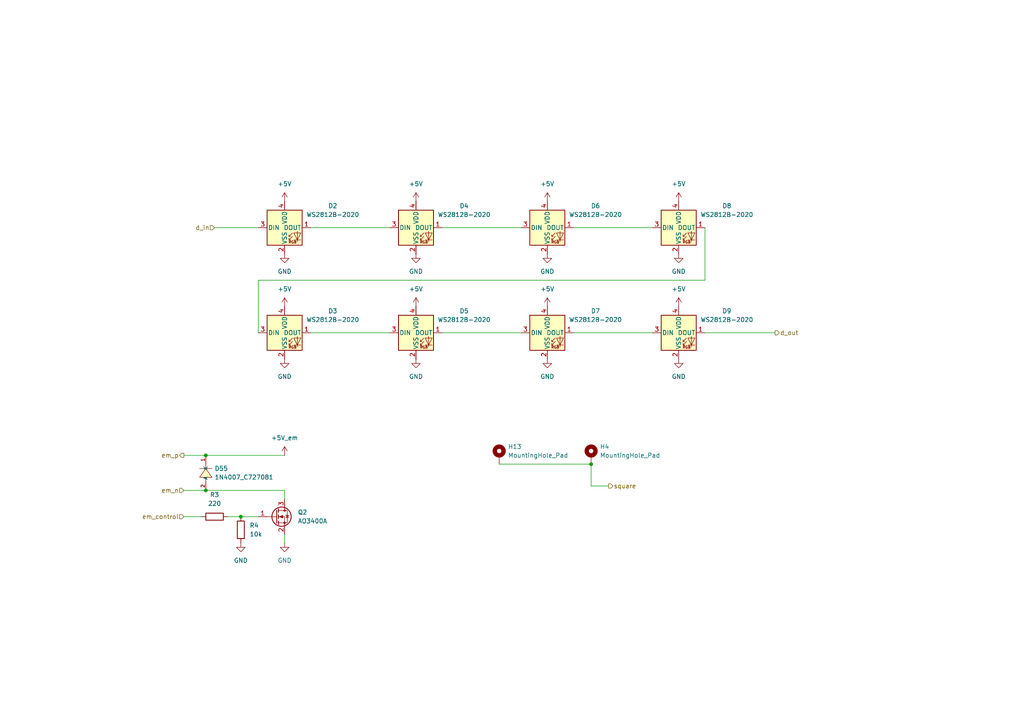
<source format=kicad_sch>
(kicad_sch (version 20231120) (generator "eeschema") (generator_version "8.0")
  (paper "A4")
  (lib_symbols
    (symbol "1N4007_C727081:1N4007_C727081"
      (property "Reference" "D" (at 0 1.27 0))
      (property "Value" "1N4007_C727081" (at 0 -2.54 0))
      (symbol "1N4007_C727081_0_1"
        (polyline (pts (xy -1.27 0) (xy -2.54 0)))
        (polyline (pts (xy -1.27 1.778) (xy -1.27 -1.778)))
        (polyline (pts (xy 2.54 0) (xy 1.27 0)))
        (polyline (pts (xy 1.27 1.778) (xy -1.27 0) (xy 1.27 -1.778) (xy 1.27 1.778)) (fill (type background)))
        (pin unspecified line (at -5.08 0 0) (length 2.54) (name "K") (number "1"))
        (pin unspecified line (at 5.08 0 180) (length 2.54) (name "A") (number "2"))
      )
    )
    (symbol "Device:R" (pin_numbers hide) (pin_names (offset 0))
      (property "Reference" "R" (at 2.032 0 90))
      (property "Value" "R" (at 0 0 90))
      (symbol "R_0_1"
        (rectangle (start -1.016 -2.54) (end 1.016 2.54) (stroke (width 0.254)))
      )
      (symbol "R_1_1"
        (pin passive line (at 0 3.81 270) (length 1.27) (name "~") (number "1"))
        (pin passive line (at 0 -3.81 90) (length 1.27) (name "~") (number "2"))
      )
    )
    (symbol "LED:WS2812B-2020" (pin_names (offset 0.254))
      (property "Reference" "D" (at 5.08 5.715 0))
      (property "Value" "WS2812B-2020" (at 1.27 -5.715 0))
      (symbol "WS2812B-2020_0_0"
        (text "RGB" (at 2.286 -4.191 0) (effects (font (size 0.762 0.762))))
      )
      (symbol "WS2812B-2020_0_1"
        (polyline (pts (xy 1.27 -3.556) (xy 1.778 -3.556)))
        (polyline (pts (xy 1.27 -2.54) (xy 1.778 -2.54)))
        (polyline (pts (xy 4.699 -3.556) (xy 2.667 -3.556)))
        (polyline (pts (xy 2.286 -2.54) (xy 1.27 -3.556) (xy 1.27 -3.048)))
        (polyline (pts (xy 2.286 -1.524) (xy 1.27 -2.54) (xy 1.27 -2.032)))
        (polyline (pts (xy 3.683 -1.016) (xy 3.683 -3.556) (xy 3.683 -4.064)))
        (polyline (pts (xy 4.699 -1.524) (xy 2.667 -1.524) (xy 3.683 -3.556) (xy 4.699 -1.524)))
        (rectangle (start 5.08 5.08) (end -5.08 -5.08) (stroke (width 0.254)) (fill (type background)))
      )
      (symbol "WS2812B-2020_1_1"
        (pin output line (at 7.62 0 180) (length 2.54) (name "DOUT") (number "1"))
        (pin power_in line (at 0 -7.62 90) (length 2.54) (name "VSS") (number "2"))
        (pin input line (at -7.62 0 0) (length 2.54) (name "DIN") (number "3"))
        (pin power_in line (at 0 7.62 270) (length 2.54) (name "VDD") (number "4"))
      )
    )
    (symbol "Mechanical:MountingHole_Pad" (pin_numbers hide) (pin_names (offset 1.016) hide) (exclude_from_sim yes) (in_bom no)
      (property "Reference" "H" (at 0 6.35 0))
      (property "Value" "MountingHole_Pad" (at 0 4.445 0))
      (symbol "MountingHole_Pad_0_1"
        (circle (center 0 1.27) (radius 1.27) (stroke (width 1.27)))
      )
      (symbol "MountingHole_Pad_1_1"
        (pin input line (at 0 -2.54 90) (length 2.54) (name "1") (number "1"))
      )
    )
    (symbol "Transistor_FET:AO3400A" (pin_names hide)
      (property "Reference" "Q" (at 5.08 1.905 0))
      (property "Value" "AO3400A" (at 5.08 0 0))
      (symbol "AO3400A_0_1"
        (polyline (pts (xy 0.254 0) (xy -2.54 0)))
        (polyline (pts (xy 0.254 1.905) (xy 0.254 -1.905)) (stroke (width 0.254)))
        (polyline (pts (xy 0.762 -1.27) (xy 0.762 -2.286)) (stroke (width 0.254)))
        (polyline (pts (xy 0.762 0.508) (xy 0.762 -0.508)) (stroke (width 0.254)))
        (polyline (pts (xy 0.762 2.286) (xy 0.762 1.27)) (stroke (width 0.254)))
        (polyline (pts (xy 2.54 2.54) (xy 2.54 1.778)))
        (polyline (pts (xy 2.54 -2.54) (xy 2.54 0) (xy 0.762 0)))
        (polyline (pts (xy 0.762 -1.778) (xy 3.302 -1.778) (xy 3.302 1.778) (xy 0.762 1.778)))
        (polyline (pts (xy 1.016 0) (xy 2.032 0.381) (xy 2.032 -0.381) (xy 1.016 0)) (fill (type outline)))
        (polyline (pts (xy 2.794 0.508) (xy 2.921 0.381) (xy 3.683 0.381) (xy 3.81 0.254)))
        (polyline (pts (xy 3.302 0.381) (xy 2.921 -0.254) (xy 3.683 -0.254) (xy 3.302 0.381)))
        (circle (center 1.651 0) (radius 2.794) (stroke (width 0.254)))
        (circle (center 2.54 -1.778) (radius 0.254) (fill (type outline)))
        (circle (center 2.54 1.778) (radius 0.254) (fill (type outline)))
      )
      (symbol "AO3400A_1_1"
        (pin input line (at -5.08 0 0) (length 2.54) (name "G") (number "1"))
        (pin passive line (at 2.54 -5.08 90) (length 2.54) (name "S") (number "2"))
        (pin passive line (at 2.54 5.08 270) (length 2.54) (name "D") (number "3"))
      )
    )
    (symbol "power:+5V" (power) (pin_numbers hide) (pin_names (offset 0) hide)
      (property "Value" "+5V" (at 0 3.556 0))
      (symbol "+5V_0_1"
        (polyline (pts (xy -0.762 1.27) (xy 0 2.54)))
        (polyline (pts (xy 0 0) (xy 0 2.54)))
        (polyline (pts (xy 0 2.54) (xy 0.762 1.27)))
      )
      (symbol "+5V_1_1"
        (pin power_in line (at 0 0 90) (length 0) (name "~") (number "1"))
      )
    )
    (symbol "power:GND" (power) (pin_numbers hide) (pin_names (offset 0) hide)
      (property "Value" "GND" (at 0 -3.81 0))
      (symbol "GND_0_1"
        (polyline (pts (xy 0 0) (xy 0 -1.27) (xy 1.27 -1.27) (xy 0 -2.54) (xy -1.27 -1.27) (xy 0 -1.27)))
      )
      (symbol "GND_1_1"
        (pin power_in line (at 0 0 270) (length 0) (name "~") (number "1"))
      )
    )
  )
  (junction (at 59.69 132.08))
  (junction (at 171.45 134.62))
  (junction (at 59.69 142.24))
  (junction (at 69.85 149.86))
  (wire (pts (xy 66.04 149.86) (xy 69.85 149.86)))
  (wire (pts (xy 69.85 149.86) (xy 74.93 149.86)))
  (wire (pts (xy 82.55 142.24) (xy 82.55 144.78)))
  (wire (pts (xy 204.47 96.52) (xy 224.79 96.52)))
  (wire (pts (xy 128.27 96.52) (xy 151.13 96.52)))
  (wire (pts (xy 53.34 132.08) (xy 59.69 132.08)))
  (wire (pts (xy 90.17 66.04) (xy 113.03 66.04)))
  (wire (pts (xy 144.78 134.62) (xy 171.45 134.62)))
  (wire (pts (xy 204.47 66.04) (xy 204.47 81.28)))
  (wire (pts (xy 62.23 66.04) (xy 74.93 66.04)))
  (wire (pts (xy 128.27 66.04) (xy 151.13 66.04)))
  (wire (pts (xy 90.17 96.52) (xy 113.03 96.52)))
  (wire (pts (xy 82.55 157.48) (xy 82.55 154.94)))
  (wire (pts (xy 53.34 149.86) (xy 58.42 149.86)))
  (wire (pts (xy 59.69 132.08) (xy 82.55 132.08)))
  (wire (pts (xy 53.34 142.24) (xy 59.69 142.24)))
  (wire (pts (xy 74.93 81.28) (xy 74.93 96.52)))
  (wire (pts (xy 204.47 81.28) (xy 74.93 81.28)))
  (wire (pts (xy 59.69 142.24) (xy 82.55 142.24)))
  (wire (pts (xy 166.37 96.52) (xy 189.23 96.52)))
  (wire (pts (xy 171.45 134.62) (xy 171.45 140.97)))
  (wire (pts (xy 166.37 66.04) (xy 189.23 66.04)))
  (wire (pts (xy 176.53 140.97) (xy 171.45 140.97)))
  (hierarchical_label "d_in" (shape input) (at 62.23 66.04 180))
  (hierarchical_label "em_p" (shape output) (at 53.34 132.08 180))
  (hierarchical_label "em_control" (shape input) (at 53.34 149.86 180))
  (hierarchical_label "em_n" (shape input) (at 53.34 142.24 180))
  (hierarchical_label "square" (shape output) (at 176.53 140.97 0))
  (hierarchical_label "d_out" (shape output) (at 224.79 96.52 0))
  (symbol (lib_id "1N4007_C727081:1N4007_C727081") (at 59.69 137.16 270) (unit 1)
    (property "Reference" "D55" (at 62.23 135.8899 90) (effects (justify left)))
    (property "Value" "1N4007_C727081" (at 62.23 138.4299 90) (effects (justify left)))
    (property "Footprint" "footprint:SMA_L4.3-W2.5-LS5.0-RD" (effects (hide yes)))
    (property "Datasheet" "https://atta.szlcsc.com/upload/public/pdf/source/20191021/C437786_3D65CEC0912CC3CA85CA024EBEBBFCE4.pdf" (effects (hide yes)))
    (property "LCSC" "C727081" (effects (hide yes)))
    (instances (project "kfchess" (path "" (reference "D55") (unit 1)) (path "" (reference "D64") (unit 1)) (path "" (reference "D37") (unit 1)) (path "" (reference "D46") (unit 1)) (path "" (reference "D91") (unit 1)) (path "" (reference "D100") (unit 1)) (path "" (reference "D73") (unit 1)) (path "" (reference "D82") (unit 1)) (path "" (reference "D127") (unit 1)) (path "" (reference "D136") (unit 1)) (path "" (reference "D109") (unit 1)) (path "" (reference "D118") (unit 1)) (path "" (reference "D10") (unit 1)) (path "" (reference "D19") (unit 1)) (path "" (reference "D1") (unit 1)) (path "" (reference "D28") (unit 1))))
  )
  (symbol (lib_id "Device:R") (at 62.23 149.86 270) (unit 1)
    (property "Reference" "R3" (at 62.23 143.51 90))
    (property "Value" "220" (at 62.23 146.05 90))
    (property "Footprint" "Resistor_SMD:R_0603_1608Metric" (effects (hide yes)))
    (property "Description" "Resistor" (effects (hide yes)))
    (instances (project "kfchess" (path "" (reference "R3") (unit 1)) (path "" (reference "R5") (unit 1)) (path "" (reference "R7") (unit 1)) (path "" (reference "R13") (unit 1)) (path "" (reference "R15") (unit 1)) (path "" (reference "R9") (unit 1)) (path "" (reference "R11") (unit 1)) (path "" (reference "R21") (unit 1)) (path "" (reference "R23") (unit 1)) (path "" (reference "R17") (unit 1)) (path "" (reference "R19") (unit 1)) (path "" (reference "R29") (unit 1)) (path "" (reference "R31") (unit 1)) (path "" (reference "R25") (unit 1)) (path "" (reference "R27") (unit 1)) (path "" (reference "R1") (unit 1))))
  )
  (symbol (lib_id "LED:WS2812B-2020") (at 196.85 66.04 0) (unit 1)
    (property "Reference" "D8" (at 210.82 59.7214 0))
    (property "Value" "WS2812B-2020" (at 210.82 62.2614 0))
    (property "Footprint" "LED_SMD:LED_WS2812B-2020_PLCC4_2.0x2.0mm" (effects (hide yes)))
    (property "Datasheet" "https://cdn-shop.adafruit.com/product-files/4684/4684_WS2812B-2020_V1.3_EN.pdf" (effects (hide yes)))
    (property "Description" "RGB LED with integrated controller, 2.0 x 2.0 mm, 12 mA" (effects (hide yes)))
    (instances (project "kfchess" (path "" (reference "D8") (unit 1)) (path "" (reference "D17") (unit 1)) (path "" (reference "D26") (unit 1)) (path "" (reference "D35") (unit 1)) (path "" (reference "D62") (unit 1)) (path "" (reference "D71") (unit 1)) (path "" (reference "D44") (unit 1)) (path "" (reference "D53") (unit 1)) (path "" (reference "D98") (unit 1)) (path "" (reference "D107") (unit 1)) (path "" (reference "D80") (unit 1)) (path "" (reference "D89") (unit 1)) (path "" (reference "D134") (unit 1)) (path "" (reference "D143") (unit 1)) (path "" (reference "D116") (unit 1)) (path "" (reference "D125") (unit 1))))
  )
  (symbol (lib_id "LED:WS2812B-2020") (at 82.55 66.04 0) (unit 1)
    (property "Reference" "D2" (at 96.52 59.7214 0))
    (property "Value" "WS2812B-2020" (at 96.52 62.2614 0))
    (property "Footprint" "LED_SMD:LED_WS2812B-2020_PLCC4_2.0x2.0mm" (effects (hide yes)))
    (property "Datasheet" "https://cdn-shop.adafruit.com/product-files/4684/4684_WS2812B-2020_V1.3_EN.pdf" (effects (hide yes)))
    (property "Description" "RGB LED with integrated controller, 2.0 x 2.0 mm, 12 mA" (effects (hide yes)))
    (instances (project "kfchess" (path "" (reference "D2") (unit 1)) (path "" (reference "D11") (unit 1)) (path "" (reference "D20") (unit 1)) (path "" (reference "D29") (unit 1)) (path "" (reference "D56") (unit 1)) (path "" (reference "D65") (unit 1)) (path "" (reference "D38") (unit 1)) (path "" (reference "D47") (unit 1)) (path "" (reference "D92") (unit 1)) (path "" (reference "D101") (unit 1)) (path "" (reference "D74") (unit 1)) (path "" (reference "D83") (unit 1)) (path "" (reference "D128") (unit 1)) (path "" (reference "D137") (unit 1)) (path "" (reference "D110") (unit 1)) (path "" (reference "D119") (unit 1))))
  )
  (symbol (lib_id "power:+5V") (at 120.65 58.42 0) (unit 1)
    (property "Reference" "#PWR016" (effects (hide yes)))
    (property "Value" "+5V" (at 120.65 53.34 0))
    (property "Description" "Power symbol creates a global label with name \"+5V\"" (effects (hide yes)))
    (instances (project "kfchess" (path "" (reference "#PWR016") (unit 1)) (path "" (reference "#PWR035") (unit 1)) (path "" (reference "#PWR054") (unit 1)) (path "" (reference "#PWR073") (unit 1)) (path "" (reference "#PWR0130") (unit 1)) (path "" (reference "#PWR0149") (unit 1)) (path "" (reference "#PWR092") (unit 1)) (path "" (reference "#PWR0111") (unit 1)) (path "" (reference "#PWR0206") (unit 1)) (path "" (reference "#PWR0225") (unit 1)) (path "" (reference "#PWR0168") (unit 1)) (path "" (reference "#PWR0187") (unit 1)) (path "" (reference "#PWR0282") (unit 1)) (path "" (reference "#PWR0301") (unit 1)) (path "" (reference "#PWR0244") (unit 1)) (path "" (reference "#PWR0263") (unit 1))))
  )
  (symbol (lib_id "power:GND") (at 82.55 73.66 0) (unit 1)
    (property "Reference" "#PWR011" (effects (hide yes)))
    (property "Value" "GND" (at 82.55 78.74 0))
    (property "Description" "Power symbol creates a global label with name \"GND\" , ground" (effects (hide yes)))
    (instances (project "kfchess" (path "" (reference "#PWR011") (unit 1)) (path "" (reference "#PWR030") (unit 1)) (path "" (reference "#PWR049") (unit 1)) (path "" (reference "#PWR068") (unit 1)) (path "" (reference "#PWR0125") (unit 1)) (path "" (reference "#PWR0144") (unit 1)) (path "" (reference "#PWR087") (unit 1)) (path "" (reference "#PWR0106") (unit 1)) (path "" (reference "#PWR0201") (unit 1)) (path "" (reference "#PWR0220") (unit 1)) (path "" (reference "#PWR0163") (unit 1)) (path "" (reference "#PWR0182") (unit 1)) (path "" (reference "#PWR0277") (unit 1)) (path "" (reference "#PWR0296") (unit 1)) (path "" (reference "#PWR0239") (unit 1)) (path "" (reference "#PWR0258") (unit 1))))
  )
  (symbol (lib_id "power:+5V") (at 120.65 88.9 0) (unit 1)
    (property "Reference" "#PWR018" (effects (hide yes)))
    (property "Value" "+5V" (at 120.65 83.82 0))
    (property "Description" "Power symbol creates a global label with name \"+5V\"" (effects (hide yes)))
    (instances (project "kfchess" (path "" (reference "#PWR018") (unit 1)) (path "" (reference "#PWR037") (unit 1)) (path "" (reference "#PWR056") (unit 1)) (path "" (reference "#PWR075") (unit 1)) (path "" (reference "#PWR0132") (unit 1)) (path "" (reference "#PWR0151") (unit 1)) (path "" (reference "#PWR094") (unit 1)) (path "" (reference "#PWR0113") (unit 1)) (path "" (reference "#PWR0208") (unit 1)) (path "" (reference "#PWR0227") (unit 1)) (path "" (reference "#PWR0170") (unit 1)) (path "" (reference "#PWR0189") (unit 1)) (path "" (reference "#PWR0284") (unit 1)) (path "" (reference "#PWR0303") (unit 1)) (path "" (reference "#PWR0246") (unit 1)) (path "" (reference "#PWR0265") (unit 1))))
  )
  (symbol (lib_id "power:+5V") (at 158.75 88.9 0) (unit 1)
    (property "Reference" "#PWR022" (effects (hide yes)))
    (property "Value" "+5V" (at 158.75 83.82 0))
    (property "Description" "Power symbol creates a global label with name \"+5V\"" (effects (hide yes)))
    (instances (project "kfchess" (path "" (reference "#PWR022") (unit 1)) (path "" (reference "#PWR041") (unit 1)) (path "" (reference "#PWR060") (unit 1)) (path "" (reference "#PWR079") (unit 1)) (path "" (reference "#PWR0136") (unit 1)) (path "" (reference "#PWR0155") (unit 1)) (path "" (reference "#PWR098") (unit 1)) (path "" (reference "#PWR0117") (unit 1)) (path "" (reference "#PWR0212") (unit 1)) (path "" (reference "#PWR0231") (unit 1)) (path "" (reference "#PWR0174") (unit 1)) (path "" (reference "#PWR0193") (unit 1)) (path "" (reference "#PWR0288") (unit 1)) (path "" (reference "#PWR0307") (unit 1)) (path "" (reference "#PWR0250") (unit 1)) (path "" (reference "#PWR0269") (unit 1))))
  )
  (symbol (lib_id "LED:WS2812B-2020") (at 196.85 96.52 0) (unit 1)
    (property "Reference" "D9" (at 210.82 90.2014 0))
    (property "Value" "WS2812B-2020" (at 210.82 92.7414 0))
    (property "Footprint" "LED_SMD:LED_WS2812B-2020_PLCC4_2.0x2.0mm" (effects (hide yes)))
    (property "Datasheet" "https://cdn-shop.adafruit.com/product-files/4684/4684_WS2812B-2020_V1.3_EN.pdf" (effects (hide yes)))
    (property "Description" "RGB LED with integrated controller, 2.0 x 2.0 mm, 12 mA" (effects (hide yes)))
    (instances (project "kfchess" (path "" (reference "D9") (unit 1)) (path "" (reference "D18") (unit 1)) (path "" (reference "D27") (unit 1)) (path "" (reference "D36") (unit 1)) (path "" (reference "D63") (unit 1)) (path "" (reference "D72") (unit 1)) (path "" (reference "D45") (unit 1)) (path "" (reference "D54") (unit 1)) (path "" (reference "D99") (unit 1)) (path "" (reference "D108") (unit 1)) (path "" (reference "D81") (unit 1)) (path "" (reference "D90") (unit 1)) (path "" (reference "D135") (unit 1)) (path "" (reference "D144") (unit 1)) (path "" (reference "D117") (unit 1)) (path "" (reference "D126") (unit 1))))
  )
  (symbol (lib_id "power:GND") (at 120.65 73.66 0) (unit 1)
    (property "Reference" "#PWR017" (effects (hide yes)))
    (property "Value" "GND" (at 120.65 78.74 0))
    (property "Description" "Power symbol creates a global label with name \"GND\" , ground" (effects (hide yes)))
    (instances (project "kfchess" (path "" (reference "#PWR017") (unit 1)) (path "" (reference "#PWR036") (unit 1)) (path "" (reference "#PWR055") (unit 1)) (path "" (reference "#PWR074") (unit 1)) (path "" (reference "#PWR0131") (unit 1)) (path "" (reference "#PWR0150") (unit 1)) (path "" (reference "#PWR093") (unit 1)) (path "" (reference "#PWR0112") (unit 1)) (path "" (reference "#PWR0207") (unit 1)) (path "" (reference "#PWR0226") (unit 1)) (path "" (reference "#PWR0169") (unit 1)) (path "" (reference "#PWR0188") (unit 1)) (path "" (reference "#PWR0283") (unit 1)) (path "" (reference "#PWR0302") (unit 1)) (path "" (reference "#PWR0245") (unit 1)) (path "" (reference "#PWR0264") (unit 1))))
  )
  (symbol (lib_id "Device:R") (at 69.85 153.67 0) (unit 1)
    (property "Reference" "R4" (at 72.39 152.3999 0) (effects (justify left)))
    (property "Value" "10k" (at 72.39 154.9399 0) (effects (justify left)))
    (property "Footprint" "Resistor_SMD:R_0603_1608Metric" (effects (hide yes)))
    (property "Description" "Resistor" (effects (hide yes)))
    (instances (project "kfchess" (path "" (reference "R4") (unit 1)) (path "" (reference "R6") (unit 1)) (path "" (reference "R8") (unit 1)) (path "" (reference "R14") (unit 1)) (path "" (reference "R16") (unit 1)) (path "" (reference "R10") (unit 1)) (path "" (reference "R12") (unit 1)) (path "" (reference "R22") (unit 1)) (path "" (reference "R24") (unit 1)) (path "" (reference "R18") (unit 1)) (path "" (reference "R20") (unit 1)) (path "" (reference "R30") (unit 1)) (path "" (reference "R32") (unit 1)) (path "" (reference "R26") (unit 1)) (path "" (reference "R28") (unit 1)) (path "" (reference "R2") (unit 1))))
  )
  (symbol (lib_id "power:+5V") (at 158.75 58.42 0) (unit 1)
    (property "Reference" "#PWR020" (effects (hide yes)))
    (property "Value" "+5V" (at 158.75 53.34 0))
    (property "Description" "Power symbol creates a global label with name \"+5V\"" (effects (hide yes)))
    (instances (project "kfchess" (path "" (reference "#PWR020") (unit 1)) (path "" (reference "#PWR039") (unit 1)) (path "" (reference "#PWR058") (unit 1)) (path "" (reference "#PWR077") (unit 1)) (path "" (reference "#PWR0134") (unit 1)) (path "" (reference "#PWR0153") (unit 1)) (path "" (reference "#PWR096") (unit 1)) (path "" (reference "#PWR0115") (unit 1)) (path "" (reference "#PWR0210") (unit 1)) (path "" (reference "#PWR0229") (unit 1)) (path "" (reference "#PWR0172") (unit 1)) (path "" (reference "#PWR0191") (unit 1)) (path "" (reference "#PWR0286") (unit 1)) (path "" (reference "#PWR0305") (unit 1)) (path "" (reference "#PWR0248") (unit 1)) (path "" (reference "#PWR0267") (unit 1))))
  )
  (symbol (lib_id "power:GND") (at 69.85 157.48 0) (unit 1)
    (property "Reference" "#PWR028" (effects (hide yes)))
    (property "Value" "GND" (at 69.85 162.56 0))
    (property "Description" "Power symbol creates a global label with name \"GND\" , ground" (effects (hide yes)))
    (instances (project "kfchess" (path "" (reference "#PWR028") (unit 1)) (path "" (reference "#PWR047") (unit 1)) (path "" (reference "#PWR066") (unit 1)) (path "" (reference "#PWR0123") (unit 1)) (path "" (reference "#PWR0142") (unit 1)) (path "" (reference "#PWR085") (unit 1)) (path "" (reference "#PWR0104") (unit 1)) (path "" (reference "#PWR0199") (unit 1)) (path "" (reference "#PWR0218") (unit 1)) (path "" (reference "#PWR0161") (unit 1)) (path "" (reference "#PWR0180") (unit 1)) (path "" (reference "#PWR0275") (unit 1)) (path "" (reference "#PWR0294") (unit 1)) (path "" (reference "#PWR0237") (unit 1)) (path "" (reference "#PWR0256") (unit 1)) (path "" (reference "#PWR09") (unit 1))))
  )
  (symbol (lib_id "Mechanical:MountingHole_Pad") (at 171.45 132.08 0) (unit 1) (exclude_from_sim yes) (in_bom no)
    (property "Reference" "H4" (at 173.99 129.5399 0) (effects (justify left)))
    (property "Value" "MountingHole_Pad" (at 173.99 132.0799 0) (effects (justify left)))
    (property "Footprint" "MountingHole:MountingHole_3.2mm_M3_Pad" (effects (hide yes)))
    (property "Description" "Mounting Hole with connection" (effects (hide yes)))
    (instances (project "kfchess" (path "" (reference "H4") (unit 1)) (path "" (reference "H6") (unit 1)) (path "" (reference "H2") (unit 1)) (path "" (reference "H8") (unit 1)) (path "" (reference "H14") (unit 1)) (path "" (reference "H16") (unit 1)) (path "" (reference "H10") (unit 1)) (path "" (reference "H12") (unit 1)) (path "" (reference "H22") (unit 1)) (path "" (reference "H24") (unit 1)) (path "" (reference "H18") (unit 1)) (path "" (reference "H20") (unit 1)) (path "" (reference "H30") (unit 1)) (path "" (reference "H32") (unit 1)) (path "" (reference "H26") (unit 1)) (path "" (reference "H28") (unit 1))))
  )
  (symbol (lib_id "Mechanical:MountingHole_Pad") (at 144.78 132.08 0) (unit 1) (exclude_from_sim yes) (in_bom no)
    (property "Reference" "H13" (at 147.32 129.5399 0) (effects (justify left)))
    (property "Value" "MountingHole_Pad" (at 147.32 132.0799 0) (effects (justify left)))
    (property "Footprint" "MountingHole:MountingHole_3.2mm_M3_Pad" (effects (hide yes)))
    (property "Description" "Mounting Hole with connection" (effects (hide yes)))
    (instances (project "kfchess" (path "" (reference "H13") (unit 1)) (path "" (reference "H15") (unit 1)) (path "" (reference "H9") (unit 1)) (path "" (reference "H11") (unit 1)) (path "" (reference "H21") (unit 1)) (path "" (reference "H23") (unit 1)) (path "" (reference "H17") (unit 1)) (path "" (reference "H19") (unit 1)) (path "" (reference "H29") (unit 1)) (path "" (reference "H31") (unit 1)) (path "" (reference "H25") (unit 1)) (path "" (reference "H27") (unit 1)) (path "" (reference "H3") (unit 1)) (path "" (reference "H5") (unit 1)) (path "" (reference "H1") (unit 1)) (path "" (reference "H7") (unit 1))))
  )
  (symbol (lib_id "power:+5V") (at 196.85 58.42 0) (unit 1)
    (property "Reference" "#PWR024" (effects (hide yes)))
    (property "Value" "+5V" (at 196.85 53.34 0))
    (property "Description" "Power symbol creates a global label with name \"+5V\"" (effects (hide yes)))
    (instances (project "kfchess" (path "" (reference "#PWR024") (unit 1)) (path "" (reference "#PWR043") (unit 1)) (path "" (reference "#PWR062") (unit 1)) (path "" (reference "#PWR081") (unit 1)) (path "" (reference "#PWR0138") (unit 1)) (path "" (reference "#PWR0157") (unit 1)) (path "" (reference "#PWR0100") (unit 1)) (path "" (reference "#PWR0119") (unit 1)) (path "" (reference "#PWR0214") (unit 1)) (path "" (reference "#PWR0233") (unit 1)) (path "" (reference "#PWR0176") (unit 1)) (path "" (reference "#PWR0195") (unit 1)) (path "" (reference "#PWR0290") (unit 1)) (path "" (reference "#PWR0309") (unit 1)) (path "" (reference "#PWR0252") (unit 1)) (path "" (reference "#PWR0271") (unit 1))))
  )
  (symbol (lib_id "LED:WS2812B-2020") (at 158.75 96.52 0) (unit 1)
    (property "Reference" "D7" (at 172.72 90.2014 0))
    (property "Value" "WS2812B-2020" (at 172.72 92.7414 0))
    (property "Footprint" "LED_SMD:LED_WS2812B-2020_PLCC4_2.0x2.0mm" (effects (hide yes)))
    (property "Datasheet" "https://cdn-shop.adafruit.com/product-files/4684/4684_WS2812B-2020_V1.3_EN.pdf" (effects (hide yes)))
    (property "Description" "RGB LED with integrated controller, 2.0 x 2.0 mm, 12 mA" (effects (hide yes)))
    (instances (project "kfchess" (path "" (reference "D7") (unit 1)) (path "" (reference "D16") (unit 1)) (path "" (reference "D25") (unit 1)) (path "" (reference "D34") (unit 1)) (path "" (reference "D61") (unit 1)) (path "" (reference "D70") (unit 1)) (path "" (reference "D43") (unit 1)) (path "" (reference "D52") (unit 1)) (path "" (reference "D97") (unit 1)) (path "" (reference "D106") (unit 1)) (path "" (reference "D79") (unit 1)) (path "" (reference "D88") (unit 1)) (path "" (reference "D133") (unit 1)) (path "" (reference "D142") (unit 1)) (path "" (reference "D115") (unit 1)) (path "" (reference "D124") (unit 1))))
  )
  (symbol (lib_id "power:GND") (at 158.75 73.66 0) (unit 1)
    (property "Reference" "#PWR021" (effects (hide yes)))
    (property "Value" "GND" (at 158.75 78.74 0))
    (property "Description" "Power symbol creates a global label with name \"GND\" , ground" (effects (hide yes)))
    (instances (project "kfchess" (path "" (reference "#PWR021") (unit 1)) (path "" (reference "#PWR040") (unit 1)) (path "" (reference "#PWR059") (unit 1)) (path "" (reference "#PWR078") (unit 1)) (path "" (reference "#PWR0135") (unit 1)) (path "" (reference "#PWR0154") (unit 1)) (path "" (reference "#PWR097") (unit 1)) (path "" (reference "#PWR0116") (unit 1)) (path "" (reference "#PWR0211") (unit 1)) (path "" (reference "#PWR0230") (unit 1)) (path "" (reference "#PWR0173") (unit 1)) (path "" (reference "#PWR0192") (unit 1)) (path "" (reference "#PWR0287") (unit 1)) (path "" (reference "#PWR0306") (unit 1)) (path "" (reference "#PWR0249") (unit 1)) (path "" (reference "#PWR0268") (unit 1))))
  )
  (symbol (lib_id "power:GND") (at 82.55 157.48 0) (unit 1)
    (property "Reference" "#PWR034" (effects (hide yes)))
    (property "Value" "GND" (at 82.55 162.56 0))
    (property "Description" "Power symbol creates a global label with name \"GND\" , ground" (effects (hide yes)))
    (instances (project "kfchess" (path "" (reference "#PWR034") (unit 1)) (path "" (reference "#PWR053") (unit 1)) (path "" (reference "#PWR072") (unit 1)) (path "" (reference "#PWR0129") (unit 1)) (path "" (reference "#PWR0148") (unit 1)) (path "" (reference "#PWR091") (unit 1)) (path "" (reference "#PWR0110") (unit 1)) (path "" (reference "#PWR0205") (unit 1)) (path "" (reference "#PWR0224") (unit 1)) (path "" (reference "#PWR0167") (unit 1)) (path "" (reference "#PWR0186") (unit 1)) (path "" (reference "#PWR0281") (unit 1)) (path "" (reference "#PWR0300") (unit 1)) (path "" (reference "#PWR0243") (unit 1)) (path "" (reference "#PWR0262") (unit 1)) (path "" (reference "#PWR015") (unit 1))))
  )
  (symbol (lib_id "power:GND") (at 158.75 104.14 0) (unit 1)
    (property "Reference" "#PWR023" (effects (hide yes)))
    (property "Value" "GND" (at 158.75 109.22 0))
    (property "Description" "Power symbol creates a global label with name \"GND\" , ground" (effects (hide yes)))
    (instances (project "kfchess" (path "" (reference "#PWR023") (unit 1)) (path "" (reference "#PWR042") (unit 1)) (path "" (reference "#PWR061") (unit 1)) (path "" (reference "#PWR080") (unit 1)) (path "" (reference "#PWR0137") (unit 1)) (path "" (reference "#PWR0156") (unit 1)) (path "" (reference "#PWR099") (unit 1)) (path "" (reference "#PWR0118") (unit 1)) (path "" (reference "#PWR0213") (unit 1)) (path "" (reference "#PWR0232") (unit 1)) (path "" (reference "#PWR0175") (unit 1)) (path "" (reference "#PWR0194") (unit 1)) (path "" (reference "#PWR0289") (unit 1)) (path "" (reference "#PWR0308") (unit 1)) (path "" (reference "#PWR0251") (unit 1)) (path "" (reference "#PWR0270") (unit 1))))
  )
  (symbol (lib_id "LED:WS2812B-2020") (at 120.65 66.04 0) (unit 1)
    (property "Reference" "D4" (at 134.62 59.7214 0))
    (property "Value" "WS2812B-2020" (at 134.62 62.2614 0))
    (property "Footprint" "LED_SMD:LED_WS2812B-2020_PLCC4_2.0x2.0mm" (effects (hide yes)))
    (property "Datasheet" "https://cdn-shop.adafruit.com/product-files/4684/4684_WS2812B-2020_V1.3_EN.pdf" (effects (hide yes)))
    (property "Description" "RGB LED with integrated controller, 2.0 x 2.0 mm, 12 mA" (effects (hide yes)))
    (instances (project "kfchess" (path "" (reference "D4") (unit 1)) (path "" (reference "D13") (unit 1)) (path "" (reference "D22") (unit 1)) (path "" (reference "D31") (unit 1)) (path "" (reference "D58") (unit 1)) (path "" (reference "D67") (unit 1)) (path "" (reference "D40") (unit 1)) (path "" (reference "D49") (unit 1)) (path "" (reference "D94") (unit 1)) (path "" (reference "D103") (unit 1)) (path "" (reference "D76") (unit 1)) (path "" (reference "D85") (unit 1)) (path "" (reference "D130") (unit 1)) (path "" (reference "D139") (unit 1)) (path "" (reference "D112") (unit 1)) (path "" (reference "D121") (unit 1))))
  )
  (symbol (lib_id "power:GND") (at 196.85 73.66 0) (unit 1)
    (property "Reference" "#PWR025" (effects (hide yes)))
    (property "Value" "GND" (at 196.85 78.74 0))
    (property "Description" "Power symbol creates a global label with name \"GND\" , ground" (effects (hide yes)))
    (instances (project "kfchess" (path "" (reference "#PWR025") (unit 1)) (path "" (reference "#PWR044") (unit 1)) (path "" (reference "#PWR063") (unit 1)) (path "" (reference "#PWR082") (unit 1)) (path "" (reference "#PWR0139") (unit 1)) (path "" (reference "#PWR0158") (unit 1)) (path "" (reference "#PWR0101") (unit 1)) (path "" (reference "#PWR0120") (unit 1)) (path "" (reference "#PWR0215") (unit 1)) (path "" (reference "#PWR0234") (unit 1)) (path "" (reference "#PWR0177") (unit 1)) (path "" (reference "#PWR0196") (unit 1)) (path "" (reference "#PWR0291") (unit 1)) (path "" (reference "#PWR0310") (unit 1)) (path "" (reference "#PWR0253") (unit 1)) (path "" (reference "#PWR0272") (unit 1))))
  )
  (symbol (lib_id "power:GND") (at 82.55 104.14 0) (unit 1)
    (property "Reference" "#PWR013" (effects (hide yes)))
    (property "Value" "GND" (at 82.55 109.22 0))
    (property "Description" "Power symbol creates a global label with name \"GND\" , ground" (effects (hide yes)))
    (instances (project "kfchess" (path "" (reference "#PWR013") (unit 1)) (path "" (reference "#PWR032") (unit 1)) (path "" (reference "#PWR051") (unit 1)) (path "" (reference "#PWR070") (unit 1)) (path "" (reference "#PWR0127") (unit 1)) (path "" (reference "#PWR0146") (unit 1)) (path "" (reference "#PWR089") (unit 1)) (path "" (reference "#PWR0108") (unit 1)) (path "" (reference "#PWR0203") (unit 1)) (path "" (reference "#PWR0222") (unit 1)) (path "" (reference "#PWR0165") (unit 1)) (path "" (reference "#PWR0184") (unit 1)) (path "" (reference "#PWR0279") (unit 1)) (path "" (reference "#PWR0298") (unit 1)) (path "" (reference "#PWR0241") (unit 1)) (path "" (reference "#PWR0260") (unit 1))))
  )
  (symbol (lib_id "power:+5V") (at 82.55 58.42 0) (unit 1)
    (property "Reference" "#PWR010" (effects (hide yes)))
    (property "Value" "+5V" (at 82.55 53.34 0))
    (property "Description" "Power symbol creates a global label with name \"+5V\"" (effects (hide yes)))
    (instances (project "kfchess" (path "" (reference "#PWR010") (unit 1)) (path "" (reference "#PWR029") (unit 1)) (path "" (reference "#PWR048") (unit 1)) (path "" (reference "#PWR067") (unit 1)) (path "" (reference "#PWR0124") (unit 1)) (path "" (reference "#PWR0143") (unit 1)) (path "" (reference "#PWR086") (unit 1)) (path "" (reference "#PWR0105") (unit 1)) (path "" (reference "#PWR0200") (unit 1)) (path "" (reference "#PWR0219") (unit 1)) (path "" (reference "#PWR0162") (unit 1)) (path "" (reference "#PWR0181") (unit 1)) (path "" (reference "#PWR0276") (unit 1)) (path "" (reference "#PWR0295") (unit 1)) (path "" (reference "#PWR0238") (unit 1)) (path "" (reference "#PWR0257") (unit 1))))
  )
  (symbol (lib_id "LED:WS2812B-2020") (at 120.65 96.52 0) (unit 1)
    (property "Reference" "D5" (at 134.62 90.2014 0))
    (property "Value" "WS2812B-2020" (at 134.62 92.7414 0))
    (property "Footprint" "LED_SMD:LED_WS2812B-2020_PLCC4_2.0x2.0mm" (effects (hide yes)))
    (property "Datasheet" "https://cdn-shop.adafruit.com/product-files/4684/4684_WS2812B-2020_V1.3_EN.pdf" (effects (hide yes)))
    (property "Description" "RGB LED with integrated controller, 2.0 x 2.0 mm, 12 mA" (effects (hide yes)))
    (instances (project "kfchess" (path "" (reference "D5") (unit 1)) (path "" (reference "D14") (unit 1)) (path "" (reference "D23") (unit 1)) (path "" (reference "D32") (unit 1)) (path "" (reference "D59") (unit 1)) (path "" (reference "D68") (unit 1)) (path "" (reference "D41") (unit 1)) (path "" (reference "D50") (unit 1)) (path "" (reference "D95") (unit 1)) (path "" (reference "D104") (unit 1)) (path "" (reference "D77") (unit 1)) (path "" (reference "D86") (unit 1)) (path "" (reference "D131") (unit 1)) (path "" (reference "D140") (unit 1)) (path "" (reference "D113") (unit 1)) (path "" (reference "D122") (unit 1))))
  )
  (symbol (lib_id "LED:WS2812B-2020") (at 158.75 66.04 0) (unit 1)
    (property "Reference" "D6" (at 172.72 59.7214 0))
    (property "Value" "WS2812B-2020" (at 172.72 62.2614 0))
    (property "Footprint" "LED_SMD:LED_WS2812B-2020_PLCC4_2.0x2.0mm" (effects (hide yes)))
    (property "Datasheet" "https://cdn-shop.adafruit.com/product-files/4684/4684_WS2812B-2020_V1.3_EN.pdf" (effects (hide yes)))
    (property "Description" "RGB LED with integrated controller, 2.0 x 2.0 mm, 12 mA" (effects (hide yes)))
    (instances (project "kfchess" (path "" (reference "D6") (unit 1)) (path "" (reference "D15") (unit 1)) (path "" (reference "D24") (unit 1)) (path "" (reference "D33") (unit 1)) (path "" (reference "D60") (unit 1)) (path "" (reference "D69") (unit 1)) (path "" (reference "D42") (unit 1)) (path "" (reference "D51") (unit 1)) (path "" (reference "D96") (unit 1)) (path "" (reference "D105") (unit 1)) (path "" (reference "D78") (unit 1)) (path "" (reference "D87") (unit 1)) (path "" (reference "D132") (unit 1)) (path "" (reference "D141") (unit 1)) (path "" (reference "D114") (unit 1)) (path "" (reference "D123") (unit 1))))
  )
  (symbol (lib_id "LED:WS2812B-2020") (at 82.55 96.52 0) (unit 1)
    (property "Reference" "D3" (at 96.52 90.2014 0))
    (property "Value" "WS2812B-2020" (at 96.52 92.7414 0))
    (property "Footprint" "LED_SMD:LED_WS2812B-2020_PLCC4_2.0x2.0mm" (effects (hide yes)))
    (property "Datasheet" "https://cdn-shop.adafruit.com/product-files/4684/4684_WS2812B-2020_V1.3_EN.pdf" (effects (hide yes)))
    (property "Description" "RGB LED with integrated controller, 2.0 x 2.0 mm, 12 mA" (effects (hide yes)))
    (instances (project "kfchess" (path "" (reference "D3") (unit 1)) (path "" (reference "D12") (unit 1)) (path "" (reference "D21") (unit 1)) (path "" (reference "D30") (unit 1)) (path "" (reference "D57") (unit 1)) (path "" (reference "D66") (unit 1)) (path "" (reference "D39") (unit 1)) (path "" (reference "D48") (unit 1)) (path "" (reference "D93") (unit 1)) (path "" (reference "D102") (unit 1)) (path "" (reference "D75") (unit 1)) (path "" (reference "D84") (unit 1)) (path "" (reference "D129") (unit 1)) (path "" (reference "D138") (unit 1)) (path "" (reference "D111") (unit 1)) (path "" (reference "D120") (unit 1))))
  )
  (symbol (lib_id "power:GND") (at 196.85 104.14 0) (unit 1)
    (property "Reference" "#PWR027" (effects (hide yes)))
    (property "Value" "GND" (at 196.85 109.22 0))
    (property "Description" "Power symbol creates a global label with name \"GND\" , ground" (effects (hide yes)))
    (instances (project "kfchess" (path "" (reference "#PWR027") (unit 1)) (path "" (reference "#PWR046") (unit 1)) (path "" (reference "#PWR065") (unit 1)) (path "" (reference "#PWR084") (unit 1)) (path "" (reference "#PWR0141") (unit 1)) (path "" (reference "#PWR0160") (unit 1)) (path "" (reference "#PWR0103") (unit 1)) (path "" (reference "#PWR0122") (unit 1)) (path "" (reference "#PWR0217") (unit 1)) (path "" (reference "#PWR0236") (unit 1)) (path "" (reference "#PWR0179") (unit 1)) (path "" (reference "#PWR0198") (unit 1)) (path "" (reference "#PWR0293") (unit 1)) (path "" (reference "#PWR0312") (unit 1)) (path "" (reference "#PWR0255") (unit 1)) (path "" (reference "#PWR0274") (unit 1))))
  )
  (symbol (lib_id "power:GND") (at 120.65 104.14 0) (unit 1)
    (property "Reference" "#PWR019" (effects (hide yes)))
    (property "Value" "GND" (at 120.65 109.22 0))
    (property "Description" "Power symbol creates a global label with name \"GND\" , ground" (effects (hide yes)))
    (instances (project "kfchess" (path "" (reference "#PWR019") (unit 1)) (path "" (reference "#PWR038") (unit 1)) (path "" (reference "#PWR057") (unit 1)) (path "" (reference "#PWR076") (unit 1)) (path "" (reference "#PWR0133") (unit 1)) (path "" (reference "#PWR0152") (unit 1)) (path "" (reference "#PWR095") (unit 1)) (path "" (reference "#PWR0114") (unit 1)) (path "" (reference "#PWR0209") (unit 1)) (path "" (reference "#PWR0228") (unit 1)) (path "" (reference "#PWR0171") (unit 1)) (path "" (reference "#PWR0190") (unit 1)) (path "" (reference "#PWR0285") (unit 1)) (path "" (reference "#PWR0304") (unit 1)) (path "" (reference "#PWR0247") (unit 1)) (path "" (reference "#PWR0266") (unit 1))))
  )
  (symbol (lib_id "power:+5V") (at 196.85 88.9 0) (unit 1)
    (property "Reference" "#PWR026" (effects (hide yes)))
    (property "Value" "+5V" (at 196.85 83.82 0))
    (property "Description" "Power symbol creates a global label with name \"+5V\"" (effects (hide yes)))
    (instances (project "kfchess" (path "" (reference "#PWR026") (unit 1)) (path "" (reference "#PWR045") (unit 1)) (path "" (reference "#PWR064") (unit 1)) (path "" (reference "#PWR083") (unit 1)) (path "" (reference "#PWR0140") (unit 1)) (path "" (reference "#PWR0159") (unit 1)) (path "" (reference "#PWR0102") (unit 1)) (path "" (reference "#PWR0121") (unit 1)) (path "" (reference "#PWR0216") (unit 1)) (path "" (reference "#PWR0235") (unit 1)) (path "" (reference "#PWR0178") (unit 1)) (path "" (reference "#PWR0197") (unit 1)) (path "" (reference "#PWR0292") (unit 1)) (path "" (reference "#PWR0311") (unit 1)) (path "" (reference "#PWR0254") (unit 1)) (path "" (reference "#PWR0273") (unit 1))))
  )
  (symbol (lib_id "power:+5V") (at 82.55 132.08 0) (unit 1)
    (property "Reference" "#PWR033" (effects (hide yes)))
    (property "Value" "+5V_em" (at 82.55 127 0))
    (property "Description" "Power symbol creates a global label with name \"+5V\"" (effects (hide yes)))
    (instances (project "kfchess" (path "" (reference "#PWR033") (unit 1)) (path "" (reference "#PWR052") (unit 1)) (path "" (reference "#PWR071") (unit 1)) (path "" (reference "#PWR0128") (unit 1)) (path "" (reference "#PWR0147") (unit 1)) (path "" (reference "#PWR090") (unit 1)) (path "" (reference "#PWR0109") (unit 1)) (path "" (reference "#PWR0204") (unit 1)) (path "" (reference "#PWR0223") (unit 1)) (path "" (reference "#PWR0166") (unit 1)) (path "" (reference "#PWR0185") (unit 1)) (path "" (reference "#PWR0280") (unit 1)) (path "" (reference "#PWR0299") (unit 1)) (path "" (reference "#PWR0242") (unit 1)) (path "" (reference "#PWR0261") (unit 1)) (path "" (reference "#PWR014") (unit 1))))
  )
  (symbol (lib_id "Transistor_FET:AO3400A") (at 80.01 149.86 0) (unit 1)
    (property "Reference" "Q2" (at 86.36 148.5899 0) (effects (justify left)))
    (property "Value" "AO3400A" (at 86.36 151.1299 0) (effects (justify left)))
    (property "Footprint" "Package_TO_SOT_SMD:SOT-23" (effects (hide yes)))
    (property "Datasheet" "http://www.aosmd.com/pdfs/datasheet/AO3400A.pdf" (effects (hide yes)))
    (property "Description" "30V Vds, 5.7A Id, N-Channel MOSFET, SOT-23" (effects (hide yes)))
    (instances (project "kfchess" (path "" (reference "Q2") (unit 1)) (path "" (reference "Q3") (unit 1)) (path "" (reference "Q4") (unit 1)) (path "" (reference "Q7") (unit 1)) (path "" (reference "Q8") (unit 1)) (path "" (reference "Q5") (unit 1)) (path "" (reference "Q6") (unit 1)) (path "" (reference "Q11") (unit 1)) (path "" (reference "Q12") (unit 1)) (path "" (reference "Q9") (unit 1)) (path "" (reference "Q10") (unit 1)) (path "" (reference "Q15") (unit 1)) (path "" (reference "Q16") (unit 1)) (path "" (reference "Q13") (unit 1)) (path "" (reference "Q14") (unit 1)) (path "" (reference "Q1") (unit 1))))
  )
  (symbol (lib_id "power:+5V") (at 82.55 88.9 0) (unit 1)
    (property "Reference" "#PWR012" (effects (hide yes)))
    (property "Value" "+5V" (at 82.55 83.82 0))
    (property "Description" "Power symbol creates a global label with name \"+5V\"" (effects (hide yes)))
    (instances (project "kfchess" (path "" (reference "#PWR012") (unit 1)) (path "" (reference "#PWR031") (unit 1)) (path "" (reference "#PWR050") (unit 1)) (path "" (reference "#PWR069") (unit 1)) (path "" (reference "#PWR0126") (unit 1)) (path "" (reference "#PWR0145") (unit 1)) (path "" (reference "#PWR088") (unit 1)) (path "" (reference "#PWR0107") (unit 1)) (path "" (reference "#PWR0202") (unit 1)) (path "" (reference "#PWR0221") (unit 1)) (path "" (reference "#PWR0164") (unit 1)) (path "" (reference "#PWR0183") (unit 1)) (path "" (reference "#PWR0278") (unit 1)) (path "" (reference "#PWR0297") (unit 1)) (path "" (reference "#PWR0240") (unit 1)) (path "" (reference "#PWR0259") (unit 1))))
  )
)
</source>
